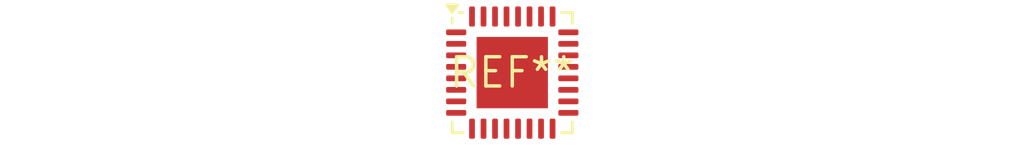
<source format=kicad_pcb>
(kicad_pcb (version 20240108) (generator pcbnew)
  (layers (0 "F.Cu" signal) (31 "B.Cu" signal) (34 "B.Paste" user) (35 "F.Paste" user) (36 "B.SilkS" user "B.Silkscreen") (37 "F.SilkS" user "F.Silkscreen") (38 "B.Mask" user) (39 "F.Mask" user) (44 "Edge.Cuts" user))
  (net 0 "")
  (footprint "VQFN-32-1EP_5x5mm_P0.5mm_EP3.1x3.1mm" (layer "F.Cu") (at 0 0)
    (property "Reference" "REF**")
    (property "Value" "VQFN-32-1EP_5x5mm_P0.5mm_EP3.1x3.1mm")
    (fp_line (start -2.61 -2.135) (end -2.61 -2.37) (layer "F.SilkS") (stroke (width 0.12)))
    (fp_line (start -2.61 2.61) (end -2.61 2.135) (layer "F.SilkS") (stroke (width 0.12)))
    (fp_line (start -2.135 -2.61) (end -2.31 -2.61) (layer "F.SilkS") (stroke (width 0.12)))
    (fp_line (start -2.135 2.61) (end -2.61 2.61) (layer "F.SilkS") (stroke (width 0.12)))
    (fp_line (start 2.135 -2.61) (end 2.61 -2.61) (layer "F.SilkS") (stroke (width 0.12)))
    (fp_line (start 2.135 2.61) (end 2.61 2.61) (layer "F.SilkS") (stroke (width 0.12)))
    (fp_line (start 2.61 -2.61) (end 2.61 -2.135) (layer "F.SilkS") (stroke (width 0.12)))
    (fp_line (start 2.61 2.61) (end 2.61 2.135) (layer "F.SilkS") (stroke (width 0.12)))
    (fp_poly (pts (xy -2.61 -2.61) (xy -2.85 -2.94) (xy -2.37 -2.94) (xy -2.61 -2.61)) (layer "F.SilkS") (stroke (width 0.12)) (fill solid))
    (pad "1" smd roundrect (at -2.4375 -1.75) (size 0.875 0.25) (layers "F.Cu" "F.Paste" "F.Mask"))
    (pad "2" smd roundrect (at -2.4375 -1.25) (size 0.875 0.25) (layers "F.Cu" "F.Paste" "F.Mask"))
    (pad "3" smd roundrect (at -2.4375 -0.75) (size 0.875 0.25) (layers "F.Cu" "F.Paste" "F.Mask"))
    (pad "4" smd roundrect (at -2.4375 -0.25) (size 0.875 0.25) (layers "F.Cu" "F.Paste" "F.Mask"))
    (pad "5" smd roundrect (at -2.4375 0.25) (size 0.875 0.25) (layers "F.Cu" "F.Paste" "F.Mask"))
    (pad "6" smd roundrect (at -2.4375 0.75) (size 0.875 0.25) (layers "F.Cu" "F.Paste" "F.Mask"))
    (pad "7" smd roundrect (at -2.4375 1.25) (size 0.875 0.25) (layers "F.Cu" "F.Paste" "F.Mask"))
    (pad "8" smd roundrect (at -2.4375 1.75) (size 0.875 0.25) (layers "F.Cu" "F.Paste" "F.Mask"))
    (pad "9" smd roundrect (at -1.75 2.4375) (size 0.25 0.875) (layers "F.Cu" "F.Paste" "F.Mask"))
    (pad "10" smd roundrect (at -1.25 2.4375) (size 0.25 0.875) (layers "F.Cu" "F.Paste" "F.Mask"))
    (pad "11" smd roundrect (at -0.75 2.4375) (size 0.25 0.875) (layers "F.Cu" "F.Paste" "F.Mask"))
    (pad "12" smd roundrect (at -0.25 2.4375) (size 0.25 0.875) (layers "F.Cu" "F.Paste" "F.Mask"))
    (pad "13" smd roundrect (at 0.25 2.4375) (size 0.25 0.875) (layers "F.Cu" "F.Paste" "F.Mask"))
    (pad "14" smd roundrect (at 0.75 2.4375) (size 0.25 0.875) (layers "F.Cu" "F.Paste" "F.Mask"))
    (pad "15" smd roundrect (at 1.25 2.4375) (size 0.25 0.875) (layers "F.Cu" "F.Paste" "F.Mask"))
    (pad "16" smd roundrect (at 1.75 2.4375) (size 0.25 0.875) (layers "F.Cu" "F.Paste" "F.Mask"))
    (pad "17" smd roundrect (at 2.4375 1.75) (size 0.875 0.25) (layers "F.Cu" "F.Paste" "F.Mask"))
    (pad "18" smd roundrect (at 2.4375 1.25) (size 0.875 0.25) (layers "F.Cu" "F.Paste" "F.Mask"))
    (pad "19" smd roundrect (at 2.4375 0.75) (size 0.875 0.25) (layers "F.Cu" "F.Paste" "F.Mask"))
    (pad "20" smd roundrect (at 2.4375 0.25) (size 0.875 0.25) (layers "F.Cu" "F.Paste" "F.Mask"))
    (pad "21" smd roundrect (at 2.4375 -0.25) (size 0.875 0.25) (layers "F.Cu" "F.Paste" "F.Mask"))
    (pad "22" smd roundrect (at 2.4375 -0.75) (size 0.875 0.25) (layers "F.Cu" "F.Paste" "F.Mask"))
    (pad "23" smd roundrect (at 2.4375 -1.25) (size 0.875 0.25) (layers "F.Cu" "F.Paste" "F.Mask"))
    (pad "24" smd roundrect (at 2.4375 -1.75) (size 0.875 0.25) (layers "F.Cu" "F.Paste" "F.Mask"))
    (pad "25" smd roundrect (at 1.75 -2.4375) (size 0.25 0.875) (layers "F.Cu" "F.Paste" "F.Mask"))
    (pad "26" smd roundrect (at 1.25 -2.4375) (size 0.25 0.875) (layers "F.Cu" "F.Paste" "F.Mask"))
    (pad "27" smd roundrect (at 0.75 -2.4375) (size 0.25 0.875) (layers "F.Cu" "F.Paste" "F.Mask"))
    (pad "28" smd roundrect (at 0.25 -2.4375) (size 0.25 0.875) (layers "F.Cu" "F.Paste" "F.Mask"))
    (pad "29" smd roundrect (at -0.25 -2.4375) (size 0.25 0.875) (layers "F.Cu" "F.Paste" "F.Mask"))
    (pad "30" smd roundrect (at -0.75 -2.4375) (size 0.25 0.875) (layers "F.Cu" "F.Paste" "F.Mask"))
    (pad "31" smd roundrect (at -1.25 -2.4375) (size 0.25 0.875) (layers "F.Cu" "F.Paste" "F.Mask"))
    (pad "32" smd roundrect (at -1.75 -2.4375) (size 0.25 0.875) (layers "F.Cu" "F.Paste" "F.Mask"))
    (pad "33" smd rect (at 0 0) (size 3.1 3.1) (property pad_prop_heatsink) (layers "F.Cu" "F.Mask"))
  )
)
</source>
